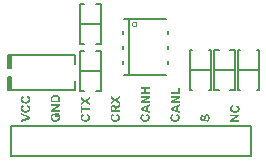
<source format=gto>
G04*
G04 #@! TF.GenerationSoftware,Altium Limited,Altium Designer,23.8.1 (32)*
G04*
G04 Layer_Color=65535*
%FSLAX44Y44*%
%MOMM*%
G71*
G04*
G04 #@! TF.SameCoordinates,8C545C58-4F73-44F2-8FA6-FEC30D537232*
G04*
G04*
G04 #@! TF.FilePolarity,Positive*
G04*
G01*
G75*
%ADD10C,0.0000*%
%ADD11C,0.2000*%
%ADD12C,0.1500*%
%ADD13C,0.2032*%
G36*
X769000Y757000D02*
Y746000D01*
X772000D01*
Y757000D01*
X769000D01*
D02*
G37*
G36*
X769051Y764805D02*
Y775805D01*
X772051D01*
Y764805D01*
X769051D01*
D02*
G37*
G36*
X838704Y738192D02*
X836107Y736493D01*
X838704Y734784D01*
Y732919D01*
X834708Y735572D01*
X831023Y733163D01*
Y734973D01*
X833321Y736493D01*
X831023Y738014D01*
Y739823D01*
X834708Y737414D01*
X838704Y740056D01*
Y738192D01*
D02*
G37*
G36*
X832322Y730433D02*
X838704D01*
Y728879D01*
X832322D01*
Y726603D01*
X831023D01*
Y732697D01*
X832322D01*
Y730433D01*
D02*
G37*
G36*
X836407Y725793D02*
X836473Y725771D01*
X836562Y725738D01*
X836662Y725693D01*
X836784Y725649D01*
X836917Y725593D01*
X837062Y725527D01*
X837361Y725371D01*
X837672Y725171D01*
X837972Y724927D01*
X838105Y724794D01*
X838227Y724650D01*
X838238Y724639D01*
X838249Y724616D01*
X838283Y724572D01*
X838327Y724505D01*
X838371Y724428D01*
X838416Y724328D01*
X838471Y724217D01*
X838527Y724095D01*
X838593Y723950D01*
X838649Y723795D01*
X838693Y723629D01*
X838738Y723451D01*
X838782Y723262D01*
X838815Y723051D01*
X838827Y722840D01*
X838838Y722607D01*
Y722541D01*
X838827Y722463D01*
X838815Y722352D01*
X838804Y722230D01*
X838782Y722075D01*
X838749Y721908D01*
X838704Y721719D01*
X838649Y721531D01*
X838582Y721331D01*
X838493Y721120D01*
X838394Y720909D01*
X838283Y720698D01*
X838138Y720487D01*
X837983Y720287D01*
X837794Y720099D01*
X837783Y720088D01*
X837750Y720054D01*
X837683Y720010D01*
X837606Y719943D01*
X837495Y719877D01*
X837372Y719788D01*
X837217Y719699D01*
X837039Y719610D01*
X836851Y719522D01*
X836640Y719433D01*
X836396Y719344D01*
X836140Y719277D01*
X835874Y719211D01*
X835574Y719166D01*
X835264Y719133D01*
X834930Y719122D01*
X834919D01*
X834908D01*
X834842D01*
X834742Y719133D01*
X834609D01*
X834453Y719155D01*
X834265Y719177D01*
X834065Y719200D01*
X833832Y719244D01*
X833598Y719300D01*
X833354Y719366D01*
X833110Y719444D01*
X832855Y719544D01*
X832611Y719655D01*
X832377Y719788D01*
X832156Y719932D01*
X831945Y720110D01*
X831934Y720121D01*
X831900Y720154D01*
X831845Y720210D01*
X831778Y720287D01*
X831700Y720387D01*
X831612Y720509D01*
X831512Y720643D01*
X831412Y720809D01*
X831312Y720987D01*
X831212Y721176D01*
X831123Y721397D01*
X831046Y721619D01*
X830979Y721875D01*
X830923Y722130D01*
X830890Y722419D01*
X830879Y722707D01*
Y722840D01*
X830890Y722940D01*
X830901Y723063D01*
X830923Y723196D01*
X830946Y723351D01*
X830979Y723518D01*
X831023Y723695D01*
X831079Y723884D01*
X831145Y724072D01*
X831234Y724272D01*
X831323Y724461D01*
X831434Y724639D01*
X831567Y724827D01*
X831712Y724994D01*
Y725005D01*
X831734Y725016D01*
X831767Y725049D01*
X831800Y725083D01*
X831856Y725127D01*
X831922Y725171D01*
X832078Y725294D01*
X832278Y725416D01*
X832522Y725549D01*
X832799Y725671D01*
X833121Y725782D01*
X833487Y724250D01*
X833476D01*
X833465Y724239D01*
X833432D01*
X833388Y724217D01*
X833288Y724184D01*
X833155Y724128D01*
X832999Y724050D01*
X832844Y723950D01*
X832688Y723817D01*
X832555Y723673D01*
X832544Y723651D01*
X832500Y723595D01*
X832444Y723506D01*
X832377Y723384D01*
X832311Y723229D01*
X832255Y723051D01*
X832211Y722852D01*
X832200Y722630D01*
Y722552D01*
X832211Y722485D01*
X832222Y722419D01*
X832233Y722330D01*
X832278Y722141D01*
X832355Y721919D01*
X832466Y721686D01*
X832533Y721564D01*
X832611Y721453D01*
X832710Y721342D01*
X832822Y721242D01*
X832833D01*
X832855Y721220D01*
X832888Y721198D01*
X832944Y721164D01*
X833010Y721120D01*
X833088Y721076D01*
X833188Y721031D01*
X833299Y720987D01*
X833432Y720931D01*
X833576Y720887D01*
X833743Y720843D01*
X833920Y720798D01*
X834120Y720765D01*
X834331Y720743D01*
X834564Y720732D01*
X834819Y720720D01*
X834831D01*
X834886D01*
X834964D01*
X835053Y720732D01*
X835175D01*
X835319Y720754D01*
X835463Y720765D01*
X835630Y720787D01*
X835974Y720854D01*
X836318Y720942D01*
X836484Y720998D01*
X836640Y721076D01*
X836784Y721153D01*
X836906Y721242D01*
X836917Y721253D01*
X836928Y721264D01*
X836962Y721298D01*
X837006Y721342D01*
X837095Y721453D01*
X837206Y721608D01*
X837328Y721797D01*
X837417Y722030D01*
X837495Y722297D01*
X837506Y722441D01*
X837517Y722596D01*
Y722652D01*
X837506Y722696D01*
X837495Y722818D01*
X837472Y722963D01*
X837417Y723118D01*
X837350Y723296D01*
X837261Y723473D01*
X837128Y723651D01*
X837106Y723673D01*
X837050Y723728D01*
X836962Y723806D01*
X836829Y723895D01*
X836651Y724006D01*
X836440Y724106D01*
X836185Y724206D01*
X835885Y724295D01*
X836351Y725804D01*
X836362D01*
X836407Y725793D01*
D02*
G37*
G36*
X785747Y741211D02*
X785814Y741188D01*
X785902Y741155D01*
X786002Y741111D01*
X786124Y741066D01*
X786258Y741011D01*
X786402Y740944D01*
X786702Y740789D01*
X787012Y740589D01*
X787312Y740345D01*
X787445Y740212D01*
X787568Y740067D01*
X787579Y740056D01*
X787590Y740034D01*
X787623Y739990D01*
X787667Y739923D01*
X787712Y739845D01*
X787756Y739745D01*
X787812Y739634D01*
X787867Y739512D01*
X787934Y739368D01*
X787989Y739213D01*
X788034Y739046D01*
X788078Y738869D01*
X788122Y738680D01*
X788156Y738469D01*
X788167Y738258D01*
X788178Y738025D01*
Y737958D01*
X788167Y737881D01*
X788156Y737770D01*
X788145Y737648D01*
X788122Y737492D01*
X788089Y737326D01*
X788045Y737137D01*
X787989Y736948D01*
X787923Y736749D01*
X787834Y736538D01*
X787734Y736327D01*
X787623Y736116D01*
X787479Y735905D01*
X787323Y735705D01*
X787135Y735516D01*
X787123Y735505D01*
X787090Y735472D01*
X787024Y735428D01*
X786946Y735361D01*
X786835Y735294D01*
X786713Y735206D01*
X786557Y735117D01*
X786380Y735028D01*
X786191Y734939D01*
X785980Y734850D01*
X785736Y734762D01*
X785481Y734695D01*
X785214Y734628D01*
X784915Y734584D01*
X784604Y734551D01*
X784271Y734540D01*
X784260D01*
X784249D01*
X784182D01*
X784082Y734551D01*
X783949D01*
X783794Y734573D01*
X783605Y734595D01*
X783405Y734617D01*
X783172Y734662D01*
X782939Y734717D01*
X782695Y734784D01*
X782450Y734862D01*
X782195Y734961D01*
X781951Y735072D01*
X781718Y735206D01*
X781496Y735350D01*
X781285Y735527D01*
X781274Y735539D01*
X781241Y735572D01*
X781185Y735627D01*
X781118Y735705D01*
X781041Y735805D01*
X780952Y735927D01*
X780852Y736060D01*
X780752Y736227D01*
X780652Y736404D01*
X780552Y736593D01*
X780464Y736815D01*
X780386Y737037D01*
X780319Y737292D01*
X780264Y737548D01*
X780230Y737836D01*
X780219Y738125D01*
Y738258D01*
X780230Y738358D01*
X780242Y738480D01*
X780264Y738613D01*
X780286Y738769D01*
X780319Y738935D01*
X780364Y739113D01*
X780419Y739301D01*
X780486Y739490D01*
X780575Y739690D01*
X780663Y739879D01*
X780774Y740056D01*
X780908Y740245D01*
X781052Y740411D01*
Y740423D01*
X781074Y740434D01*
X781107Y740467D01*
X781141Y740500D01*
X781196Y740545D01*
X781263Y740589D01*
X781418Y740711D01*
X781618Y740833D01*
X781862Y740966D01*
X782140Y741088D01*
X782462Y741199D01*
X782828Y739668D01*
X782817D01*
X782806Y739657D01*
X782772D01*
X782728Y739634D01*
X782628Y739601D01*
X782495Y739546D01*
X782339Y739468D01*
X782184Y739368D01*
X782029Y739235D01*
X781896Y739090D01*
X781884Y739068D01*
X781840Y739013D01*
X781785Y738924D01*
X781718Y738802D01*
X781651Y738647D01*
X781596Y738469D01*
X781551Y738269D01*
X781540Y738047D01*
Y737970D01*
X781551Y737903D01*
X781562Y737836D01*
X781574Y737747D01*
X781618Y737559D01*
X781696Y737337D01*
X781807Y737104D01*
X781873Y736982D01*
X781951Y736871D01*
X782051Y736760D01*
X782162Y736660D01*
X782173D01*
X782195Y736637D01*
X782228Y736615D01*
X782284Y736582D01*
X782351Y736538D01*
X782428Y736493D01*
X782528Y736449D01*
X782639Y736404D01*
X782772Y736349D01*
X782917Y736304D01*
X783083Y736260D01*
X783261Y736216D01*
X783461Y736182D01*
X783671Y736160D01*
X783905Y736149D01*
X784160Y736138D01*
X784171D01*
X784227D01*
X784304D01*
X784393Y736149D01*
X784515D01*
X784659Y736171D01*
X784804Y736182D01*
X784970Y736205D01*
X785314Y736271D01*
X785658Y736360D01*
X785825Y736415D01*
X785980Y736493D01*
X786124Y736571D01*
X786247Y736660D01*
X786258Y736671D01*
X786269Y736682D01*
X786302Y736715D01*
X786347Y736760D01*
X786435Y736871D01*
X786546Y737026D01*
X786668Y737215D01*
X786757Y737448D01*
X786835Y737714D01*
X786846Y737859D01*
X786857Y738014D01*
Y738069D01*
X786846Y738114D01*
X786835Y738236D01*
X786813Y738380D01*
X786757Y738536D01*
X786691Y738713D01*
X786602Y738891D01*
X786469Y739068D01*
X786446Y739090D01*
X786391Y739146D01*
X786302Y739224D01*
X786169Y739313D01*
X785991Y739424D01*
X785780Y739523D01*
X785525Y739623D01*
X785226Y739712D01*
X785692Y741222D01*
X785703D01*
X785747Y741211D01*
D02*
G37*
G36*
Y733463D02*
X785814Y733441D01*
X785902Y733407D01*
X786002Y733363D01*
X786124Y733319D01*
X786258Y733263D01*
X786402Y733197D01*
X786702Y733041D01*
X787012Y732841D01*
X787312Y732597D01*
X787445Y732464D01*
X787568Y732320D01*
X787579Y732309D01*
X787590Y732286D01*
X787623Y732242D01*
X787667Y732175D01*
X787712Y732098D01*
X787756Y731998D01*
X787812Y731887D01*
X787867Y731765D01*
X787934Y731620D01*
X787989Y731465D01*
X788034Y731299D01*
X788078Y731121D01*
X788122Y730932D01*
X788156Y730721D01*
X788167Y730510D01*
X788178Y730277D01*
Y730211D01*
X788167Y730133D01*
X788156Y730022D01*
X788145Y729900D01*
X788122Y729744D01*
X788089Y729578D01*
X788045Y729389D01*
X787989Y729201D01*
X787923Y729001D01*
X787834Y728790D01*
X787734Y728579D01*
X787623Y728368D01*
X787479Y728157D01*
X787323Y727957D01*
X787135Y727769D01*
X787123Y727758D01*
X787090Y727724D01*
X787024Y727680D01*
X786946Y727613D01*
X786835Y727547D01*
X786713Y727458D01*
X786557Y727369D01*
X786380Y727280D01*
X786191Y727192D01*
X785980Y727103D01*
X785736Y727014D01*
X785481Y726947D01*
X785214Y726881D01*
X784915Y726836D01*
X784604Y726803D01*
X784271Y726792D01*
X784260D01*
X784249D01*
X784182D01*
X784082Y726803D01*
X783949D01*
X783794Y726825D01*
X783605Y726848D01*
X783405Y726870D01*
X783172Y726914D01*
X782939Y726970D01*
X782695Y727036D01*
X782450Y727114D01*
X782195Y727214D01*
X781951Y727325D01*
X781718Y727458D01*
X781496Y727602D01*
X781285Y727780D01*
X781274Y727791D01*
X781241Y727824D01*
X781185Y727880D01*
X781118Y727957D01*
X781041Y728057D01*
X780952Y728179D01*
X780852Y728313D01*
X780752Y728479D01*
X780652Y728657D01*
X780552Y728845D01*
X780464Y729067D01*
X780386Y729289D01*
X780319Y729545D01*
X780264Y729800D01*
X780230Y730089D01*
X780219Y730377D01*
Y730510D01*
X780230Y730610D01*
X780242Y730732D01*
X780264Y730866D01*
X780286Y731021D01*
X780319Y731188D01*
X780364Y731365D01*
X780419Y731554D01*
X780486Y731742D01*
X780575Y731942D01*
X780663Y732131D01*
X780774Y732309D01*
X780908Y732497D01*
X781052Y732664D01*
Y732675D01*
X781074Y732686D01*
X781107Y732719D01*
X781141Y732753D01*
X781196Y732797D01*
X781263Y732841D01*
X781418Y732963D01*
X781618Y733086D01*
X781862Y733219D01*
X782140Y733341D01*
X782462Y733452D01*
X782828Y731920D01*
X782817D01*
X782806Y731909D01*
X782772D01*
X782728Y731887D01*
X782628Y731853D01*
X782495Y731798D01*
X782339Y731720D01*
X782184Y731620D01*
X782029Y731487D01*
X781896Y731343D01*
X781884Y731321D01*
X781840Y731265D01*
X781785Y731176D01*
X781718Y731054D01*
X781651Y730899D01*
X781596Y730721D01*
X781551Y730521D01*
X781540Y730300D01*
Y730222D01*
X781551Y730155D01*
X781562Y730089D01*
X781574Y730000D01*
X781618Y729811D01*
X781696Y729589D01*
X781807Y729356D01*
X781873Y729234D01*
X781951Y729123D01*
X782051Y729012D01*
X782162Y728912D01*
X782173D01*
X782195Y728890D01*
X782228Y728868D01*
X782284Y728834D01*
X782351Y728790D01*
X782428Y728745D01*
X782528Y728701D01*
X782639Y728657D01*
X782772Y728601D01*
X782917Y728557D01*
X783083Y728512D01*
X783261Y728468D01*
X783461Y728435D01*
X783671Y728412D01*
X783905Y728401D01*
X784160Y728390D01*
X784171D01*
X784227D01*
X784304D01*
X784393Y728401D01*
X784515D01*
X784659Y728424D01*
X784804Y728435D01*
X784970Y728457D01*
X785314Y728523D01*
X785658Y728612D01*
X785825Y728668D01*
X785980Y728745D01*
X786124Y728823D01*
X786247Y728912D01*
X786258Y728923D01*
X786269Y728934D01*
X786302Y728968D01*
X786347Y729012D01*
X786435Y729123D01*
X786546Y729278D01*
X786668Y729467D01*
X786757Y729700D01*
X786835Y729967D01*
X786846Y730111D01*
X786857Y730266D01*
Y730322D01*
X786846Y730366D01*
X786835Y730488D01*
X786813Y730632D01*
X786757Y730788D01*
X786691Y730965D01*
X786602Y731143D01*
X786469Y731321D01*
X786446Y731343D01*
X786391Y731398D01*
X786302Y731476D01*
X786169Y731565D01*
X785991Y731676D01*
X785780Y731776D01*
X785525Y731876D01*
X785226Y731964D01*
X785692Y733474D01*
X785703D01*
X785747Y733463D01*
D02*
G37*
G36*
X788045Y723551D02*
Y721875D01*
X780364Y719122D01*
Y720798D01*
X786047Y722752D01*
X780364Y724628D01*
Y726281D01*
X788045Y723551D01*
D02*
G37*
G36*
X864029Y739379D02*
X861431Y737681D01*
X864029Y735972D01*
Y734107D01*
X860033Y736760D01*
X856348Y734351D01*
Y736160D01*
X858645Y737681D01*
X856348Y739202D01*
Y741011D01*
X860033Y738602D01*
X864029Y741244D01*
Y739379D01*
D02*
G37*
G36*
Y732187D02*
X862364Y731077D01*
X862353Y731065D01*
X862319Y731054D01*
X862275Y731021D01*
X862219Y730977D01*
X862153Y730932D01*
X862064Y730877D01*
X861886Y730755D01*
X861687Y730610D01*
X861509Y730477D01*
X861342Y730355D01*
X861287Y730300D01*
X861232Y730255D01*
X861220Y730244D01*
X861198Y730222D01*
X861154Y730177D01*
X861098Y730122D01*
X861054Y730044D01*
X860998Y729967D01*
X860954Y729878D01*
X860910Y729789D01*
Y729778D01*
X860899Y729744D01*
X860876Y729689D01*
X860865Y729600D01*
X860843Y729489D01*
X860832Y729356D01*
X860821Y729201D01*
Y728701D01*
X864029D01*
Y727147D01*
X856348D01*
Y730610D01*
X856359Y730710D01*
Y730832D01*
X856370Y730954D01*
Y731099D01*
X856403Y731387D01*
X856436Y731687D01*
X856492Y731964D01*
X856525Y732087D01*
X856559Y732198D01*
Y732209D01*
X856570Y732220D01*
X856603Y732286D01*
X856658Y732386D01*
X856725Y732520D01*
X856836Y732664D01*
X856958Y732808D01*
X857113Y732952D01*
X857302Y733086D01*
X857313D01*
X857324Y733097D01*
X857358Y733119D01*
X857391Y733141D01*
X857502Y733197D01*
X857646Y733263D01*
X857824Y733319D01*
X858024Y733374D01*
X858257Y733419D01*
X858501Y733430D01*
X858512D01*
X858534D01*
X858590D01*
X858645Y733419D01*
X858723D01*
X858801Y733407D01*
X859000Y733363D01*
X859234Y733308D01*
X859467Y733219D01*
X859711Y733086D01*
X859822Y733008D01*
X859933Y732919D01*
X859944Y732908D01*
X859955Y732897D01*
X859988Y732864D01*
X860022Y732819D01*
X860066Y732775D01*
X860122Y732708D01*
X860177Y732630D01*
X860232Y732542D01*
X860299Y732442D01*
X860355Y732320D01*
X860410Y732198D01*
X860466Y732064D01*
X860521Y731909D01*
X860565Y731754D01*
X860610Y731587D01*
X860643Y731398D01*
Y731410D01*
X860654Y731421D01*
X860699Y731487D01*
X860754Y731576D01*
X860832Y731687D01*
X860932Y731820D01*
X861032Y731953D01*
X861154Y732098D01*
X861287Y732220D01*
X861298Y732231D01*
X861354Y732286D01*
X861442Y732353D01*
X861576Y732453D01*
X861742Y732586D01*
X861853Y732653D01*
X861964Y732730D01*
X862086Y732819D01*
X862219Y732908D01*
X862375Y733008D01*
X862530Y733108D01*
X864029Y734051D01*
Y732187D01*
D02*
G37*
G36*
X861731Y725793D02*
X861798Y725771D01*
X861886Y725738D01*
X861986Y725693D01*
X862108Y725649D01*
X862242Y725593D01*
X862386Y725527D01*
X862686Y725371D01*
X862996Y725171D01*
X863296Y724927D01*
X863429Y724794D01*
X863551Y724650D01*
X863562Y724639D01*
X863574Y724616D01*
X863607Y724572D01*
X863651Y724505D01*
X863696Y724428D01*
X863740Y724328D01*
X863796Y724217D01*
X863851Y724095D01*
X863918Y723950D01*
X863973Y723795D01*
X864018Y723628D01*
X864062Y723451D01*
X864106Y723262D01*
X864140Y723051D01*
X864151Y722840D01*
X864162Y722607D01*
Y722541D01*
X864151Y722463D01*
X864140Y722352D01*
X864129Y722230D01*
X864106Y722075D01*
X864073Y721908D01*
X864029Y721719D01*
X863973Y721531D01*
X863907Y721331D01*
X863818Y721120D01*
X863718Y720909D01*
X863607Y720698D01*
X863463Y720487D01*
X863307Y720287D01*
X863119Y720099D01*
X863107Y720088D01*
X863074Y720054D01*
X863008Y720010D01*
X862930Y719943D01*
X862819Y719877D01*
X862697Y719788D01*
X862541Y719699D01*
X862364Y719610D01*
X862175Y719522D01*
X861964Y719433D01*
X861720Y719344D01*
X861465Y719277D01*
X861198Y719211D01*
X860899Y719166D01*
X860588Y719133D01*
X860255Y719122D01*
X860244D01*
X860232D01*
X860166D01*
X860066Y719133D01*
X859933D01*
X859778Y719155D01*
X859589Y719177D01*
X859389Y719200D01*
X859156Y719244D01*
X858923Y719300D01*
X858679Y719366D01*
X858434Y719444D01*
X858179Y719544D01*
X857935Y719655D01*
X857702Y719788D01*
X857480Y719932D01*
X857269Y720110D01*
X857258Y720121D01*
X857225Y720154D01*
X857169Y720210D01*
X857102Y720287D01*
X857025Y720387D01*
X856936Y720509D01*
X856836Y720643D01*
X856736Y720809D01*
X856636Y720987D01*
X856536Y721176D01*
X856448Y721397D01*
X856370Y721619D01*
X856303Y721875D01*
X856248Y722130D01*
X856214Y722419D01*
X856203Y722707D01*
Y722840D01*
X856214Y722940D01*
X856226Y723062D01*
X856248Y723196D01*
X856270Y723351D01*
X856303Y723518D01*
X856348Y723695D01*
X856403Y723884D01*
X856470Y724072D01*
X856559Y724272D01*
X856647Y724461D01*
X856758Y724639D01*
X856891Y724827D01*
X857036Y724994D01*
Y725005D01*
X857058Y725016D01*
X857091Y725049D01*
X857125Y725083D01*
X857180Y725127D01*
X857247Y725171D01*
X857402Y725294D01*
X857602Y725416D01*
X857846Y725549D01*
X858124Y725671D01*
X858446Y725782D01*
X858812Y724250D01*
X858801D01*
X858790Y724239D01*
X858756D01*
X858712Y724217D01*
X858612Y724184D01*
X858479Y724128D01*
X858323Y724050D01*
X858168Y723950D01*
X858013Y723817D01*
X857879Y723673D01*
X857868Y723651D01*
X857824Y723595D01*
X857768Y723506D01*
X857702Y723384D01*
X857635Y723229D01*
X857580Y723051D01*
X857535Y722851D01*
X857524Y722629D01*
Y722552D01*
X857535Y722485D01*
X857546Y722419D01*
X857558Y722330D01*
X857602Y722141D01*
X857680Y721919D01*
X857791Y721686D01*
X857857Y721564D01*
X857935Y721453D01*
X858035Y721342D01*
X858146Y721242D01*
X858157D01*
X858179Y721220D01*
X858212Y721198D01*
X858268Y721164D01*
X858335Y721120D01*
X858412Y721076D01*
X858512Y721031D01*
X858623Y720987D01*
X858756Y720931D01*
X858901Y720887D01*
X859067Y720843D01*
X859245Y720798D01*
X859445Y720765D01*
X859655Y720743D01*
X859889Y720732D01*
X860144Y720720D01*
X860155D01*
X860210D01*
X860288D01*
X860377Y720732D01*
X860499D01*
X860643Y720754D01*
X860788Y720765D01*
X860954Y720787D01*
X861298Y720854D01*
X861642Y720942D01*
X861809Y720998D01*
X861964Y721076D01*
X862108Y721153D01*
X862231Y721242D01*
X862242Y721253D01*
X862253Y721264D01*
X862286Y721298D01*
X862330Y721342D01*
X862419Y721453D01*
X862530Y721608D01*
X862652Y721797D01*
X862741Y722030D01*
X862819Y722297D01*
X862830Y722441D01*
X862841Y722596D01*
Y722652D01*
X862830Y722696D01*
X862819Y722818D01*
X862797Y722962D01*
X862741Y723118D01*
X862674Y723296D01*
X862586Y723473D01*
X862452Y723651D01*
X862430Y723673D01*
X862375Y723728D01*
X862286Y723806D01*
X862153Y723895D01*
X861975Y724006D01*
X861764Y724106D01*
X861509Y724206D01*
X861209Y724295D01*
X861675Y725804D01*
X861687D01*
X861731Y725793D01*
D02*
G37*
G36*
X809862Y741910D02*
X809950D01*
X810061Y741899D01*
X810183Y741888D01*
X810439Y741865D01*
X810705Y741821D01*
X810983Y741755D01*
X811249Y741677D01*
X811260D01*
X811282Y741666D01*
X811327Y741644D01*
X811393Y741621D01*
X811460Y741599D01*
X811538Y741555D01*
X811737Y741466D01*
X811948Y741355D01*
X812181Y741211D01*
X812403Y741044D01*
X812614Y740855D01*
X812636Y740833D01*
X812681Y740778D01*
X812747Y740689D01*
X812836Y740567D01*
X812936Y740411D01*
X813036Y740234D01*
X813136Y740012D01*
X813225Y739768D01*
Y739756D01*
X813236Y739745D01*
Y739712D01*
X813247Y739679D01*
X813269Y739557D01*
X813303Y739401D01*
X813336Y739213D01*
X813358Y738979D01*
X813369Y738702D01*
X813380Y738402D01*
Y735494D01*
X805699D01*
Y738558D01*
X805710Y738647D01*
X805721Y738857D01*
X805732Y739090D01*
X805766Y739335D01*
X805799Y739568D01*
X805854Y739779D01*
Y739790D01*
X805866Y739812D01*
X805877Y739845D01*
X805888Y739890D01*
X805943Y740023D01*
X806021Y740178D01*
X806121Y740356D01*
X806243Y740556D01*
X806387Y740744D01*
X806565Y740933D01*
Y740944D01*
X806587Y740955D01*
X806654Y741011D01*
X806765Y741100D01*
X806909Y741199D01*
X807087Y741322D01*
X807298Y741444D01*
X807542Y741566D01*
X807808Y741666D01*
X807819D01*
X807841Y741677D01*
X807886Y741688D01*
X807941Y741710D01*
X808008Y741721D01*
X808097Y741743D01*
X808197Y741766D01*
X808308Y741799D01*
X808430Y741821D01*
X808574Y741843D01*
X808718Y741865D01*
X808885Y741877D01*
X809229Y741910D01*
X809617Y741921D01*
X809628D01*
X809662D01*
X809706D01*
X809773D01*
X809862Y741910D01*
D02*
G37*
G36*
X813380Y732298D02*
X808319Y729178D01*
X813380D01*
Y727747D01*
X805699D01*
Y729245D01*
X810872Y732420D01*
X805699D01*
Y733851D01*
X813380D01*
Y732298D01*
D02*
G37*
G36*
X812370Y726281D02*
X812392Y726248D01*
X812426Y726215D01*
X812470Y726159D01*
X812514Y726104D01*
X812625Y725948D01*
X812747Y725738D01*
X812892Y725493D01*
X813036Y725216D01*
X813169Y724883D01*
Y724872D01*
X813180Y724838D01*
X813203Y724794D01*
X813225Y724727D01*
X813247Y724639D01*
X813280Y724539D01*
X813314Y724428D01*
X813347Y724306D01*
X813413Y724028D01*
X813469Y723706D01*
X813513Y723373D01*
X813524Y723018D01*
Y722896D01*
X813513Y722818D01*
Y722707D01*
X813502Y722585D01*
X813480Y722452D01*
X813458Y722297D01*
X813402Y721975D01*
X813314Y721619D01*
X813192Y721253D01*
X813114Y721087D01*
X813025Y720909D01*
X813014Y720898D01*
X813003Y720876D01*
X812970Y720820D01*
X812925Y720765D01*
X812881Y720687D01*
X812814Y720609D01*
X812736Y720509D01*
X812648Y720410D01*
X812448Y720188D01*
X812193Y719966D01*
X811904Y719755D01*
X811571Y719566D01*
X811560D01*
X811526Y719544D01*
X811471Y719522D01*
X811404Y719499D01*
X811316Y719466D01*
X811216Y719422D01*
X811094Y719388D01*
X810960Y719344D01*
X810816Y719300D01*
X810650Y719266D01*
X810305Y719189D01*
X809928Y719144D01*
X809517Y719122D01*
X809506D01*
X809462D01*
X809395D01*
X809318Y719133D01*
X809207D01*
X809084Y719144D01*
X808951Y719166D01*
X808796Y719189D01*
X808474Y719244D01*
X808108Y719333D01*
X807741Y719455D01*
X807564Y719533D01*
X807386Y719622D01*
X807375Y719633D01*
X807342Y719644D01*
X807298Y719677D01*
X807231Y719710D01*
X807153Y719766D01*
X807064Y719832D01*
X806964Y719910D01*
X806853Y719988D01*
X806742Y720088D01*
X806620Y720199D01*
X806498Y720321D01*
X806376Y720454D01*
X806265Y720598D01*
X806143Y720743D01*
X805943Y721087D01*
Y721098D01*
X805921Y721120D01*
X805910Y721164D01*
X805877Y721220D01*
X805854Y721298D01*
X805821Y721375D01*
X805788Y721486D01*
X805743Y721597D01*
X805710Y721719D01*
X805677Y721864D01*
X805644Y722019D01*
X805610Y722175D01*
X805566Y722530D01*
X805555Y722929D01*
Y723062D01*
X805566Y723162D01*
X805577Y723284D01*
X805588Y723429D01*
X805599Y723584D01*
X805632Y723751D01*
X805699Y724106D01*
X805810Y724472D01*
X805877Y724661D01*
X805954Y724838D01*
X806043Y725005D01*
X806154Y725160D01*
X806165Y725171D01*
X806176Y725194D01*
X806221Y725238D01*
X806265Y725294D01*
X806321Y725360D01*
X806398Y725427D01*
X806487Y725504D01*
X806587Y725593D01*
X806698Y725682D01*
X806820Y725771D01*
X806953Y725860D01*
X807109Y725937D01*
X807264Y726026D01*
X807431Y726093D01*
X807619Y726159D01*
X807808Y726204D01*
X808097Y724661D01*
X808086D01*
X808074Y724650D01*
X808008Y724628D01*
X807908Y724583D01*
X807775Y724517D01*
X807630Y724439D01*
X807486Y724328D01*
X807342Y724195D01*
X807209Y724039D01*
X807198Y724017D01*
X807153Y723961D01*
X807098Y723862D01*
X807042Y723739D01*
X806976Y723573D01*
X806931Y723384D01*
X806887Y723173D01*
X806876Y722929D01*
Y722829D01*
X806887Y722763D01*
X806898Y722674D01*
X806909Y722574D01*
X806931Y722463D01*
X806953Y722341D01*
X807031Y722086D01*
X807087Y721953D01*
X807153Y721819D01*
X807231Y721686D01*
X807309Y721553D01*
X807420Y721431D01*
X807531Y721309D01*
X807542Y721298D01*
X807564Y721286D01*
X807597Y721253D01*
X807653Y721220D01*
X807719Y721176D01*
X807797Y721120D01*
X807897Y721065D01*
X808008Y721020D01*
X808141Y720965D01*
X808285Y720909D01*
X808441Y720854D01*
X808607Y720809D01*
X808796Y720776D01*
X809007Y720743D01*
X809218Y720732D01*
X809451Y720720D01*
X809462D01*
X809506D01*
X809584D01*
X809673Y720732D01*
X809795Y720743D01*
X809917Y720754D01*
X810072Y720776D01*
X810228Y720798D01*
X810561Y720865D01*
X810905Y720976D01*
X811071Y721042D01*
X811227Y721120D01*
X811382Y721220D01*
X811515Y721320D01*
X811526Y721331D01*
X811549Y721353D01*
X811582Y721386D01*
X811626Y721431D01*
X811671Y721497D01*
X811737Y721564D01*
X811793Y721653D01*
X811860Y721753D01*
X811926Y721864D01*
X811982Y721975D01*
X812093Y722252D01*
X812137Y722408D01*
X812170Y722563D01*
X812193Y722740D01*
X812204Y722918D01*
Y723007D01*
X812193Y723096D01*
X812181Y723229D01*
X812159Y723373D01*
X812126Y723540D01*
X812082Y723717D01*
X812015Y723895D01*
Y723906D01*
X812004Y723917D01*
X811982Y723973D01*
X811937Y724072D01*
X811882Y724184D01*
X811815Y724317D01*
X811737Y724461D01*
X811649Y724605D01*
X811549Y724738D01*
X810561D01*
Y722962D01*
X809262D01*
Y726304D01*
X812348D01*
X812370Y726281D01*
D02*
G37*
G36*
X889353Y747227D02*
X885990D01*
Y744196D01*
X889353D01*
Y742643D01*
X881672D01*
Y744196D01*
X884691D01*
Y747227D01*
X881672D01*
Y748781D01*
X889353D01*
Y747227D01*
D02*
G37*
G36*
Y739446D02*
X884291Y736327D01*
X889353D01*
Y734895D01*
X881672D01*
Y736393D01*
X886844Y739568D01*
X881672D01*
Y741000D01*
X889353D01*
Y739446D01*
D02*
G37*
G36*
Y732386D02*
X887610Y731720D01*
Y728635D01*
X889353Y728002D01*
Y726359D01*
X881672Y729334D01*
Y730977D01*
X889353Y734062D01*
Y732386D01*
D02*
G37*
G36*
X887055Y725793D02*
X887122Y725771D01*
X887211Y725738D01*
X887310Y725693D01*
X887433Y725649D01*
X887566Y725593D01*
X887710Y725527D01*
X888010Y725371D01*
X888321Y725171D01*
X888620Y724927D01*
X888754Y724794D01*
X888876Y724650D01*
X888887Y724639D01*
X888898Y724616D01*
X888931Y724572D01*
X888976Y724505D01*
X889020Y724428D01*
X889064Y724328D01*
X889120Y724217D01*
X889175Y724095D01*
X889242Y723950D01*
X889297Y723795D01*
X889342Y723629D01*
X889386Y723451D01*
X889431Y723262D01*
X889464Y723051D01*
X889475Y722840D01*
X889486Y722607D01*
Y722541D01*
X889475Y722463D01*
X889464Y722352D01*
X889453Y722230D01*
X889431Y722075D01*
X889397Y721908D01*
X889353Y721719D01*
X889297Y721531D01*
X889231Y721331D01*
X889142Y721120D01*
X889042Y720909D01*
X888931Y720698D01*
X888787Y720487D01*
X888631Y720287D01*
X888443Y720099D01*
X888432Y720088D01*
X888398Y720054D01*
X888332Y720010D01*
X888254Y719943D01*
X888143Y719877D01*
X888021Y719788D01*
X887866Y719699D01*
X887688Y719610D01*
X887499Y719522D01*
X887288Y719433D01*
X887044Y719344D01*
X886789Y719277D01*
X886523Y719211D01*
X886223Y719166D01*
X885912Y719133D01*
X885579Y719122D01*
X885568D01*
X885557D01*
X885490D01*
X885390Y719133D01*
X885257D01*
X885102Y719155D01*
X884913Y719177D01*
X884713Y719200D01*
X884480Y719244D01*
X884247Y719300D01*
X884003Y719366D01*
X883759Y719444D01*
X883503Y719544D01*
X883259Y719655D01*
X883026Y719788D01*
X882804Y719932D01*
X882593Y720110D01*
X882582Y720121D01*
X882549Y720154D01*
X882493Y720210D01*
X882427Y720287D01*
X882349Y720387D01*
X882260Y720509D01*
X882160Y720643D01*
X882060Y720809D01*
X881960Y720987D01*
X881861Y721176D01*
X881772Y721397D01*
X881694Y721619D01*
X881627Y721875D01*
X881572Y722130D01*
X881539Y722419D01*
X881527Y722707D01*
Y722840D01*
X881539Y722940D01*
X881550Y723063D01*
X881572Y723196D01*
X881594Y723351D01*
X881627Y723518D01*
X881672Y723695D01*
X881727Y723884D01*
X881794Y724072D01*
X881883Y724272D01*
X881972Y724461D01*
X882083Y724639D01*
X882216Y724827D01*
X882360Y724994D01*
Y725005D01*
X882382Y725016D01*
X882415Y725049D01*
X882449Y725083D01*
X882504Y725127D01*
X882571Y725171D01*
X882726Y725294D01*
X882926Y725416D01*
X883170Y725549D01*
X883448Y725671D01*
X883770Y725782D01*
X884136Y724250D01*
X884125D01*
X884114Y724239D01*
X884081D01*
X884036Y724217D01*
X883936Y724184D01*
X883803Y724128D01*
X883648Y724050D01*
X883492Y723950D01*
X883337Y723817D01*
X883204Y723673D01*
X883193Y723651D01*
X883148Y723595D01*
X883093Y723506D01*
X883026Y723384D01*
X882959Y723229D01*
X882904Y723051D01*
X882859Y722852D01*
X882848Y722630D01*
Y722552D01*
X882859Y722485D01*
X882871Y722419D01*
X882882Y722330D01*
X882926Y722141D01*
X883004Y721919D01*
X883115Y721686D01*
X883181Y721564D01*
X883259Y721453D01*
X883359Y721342D01*
X883470Y721242D01*
X883481D01*
X883503Y721220D01*
X883537Y721198D01*
X883592Y721164D01*
X883659Y721120D01*
X883736Y721076D01*
X883836Y721031D01*
X883947Y720987D01*
X884081Y720931D01*
X884225Y720887D01*
X884391Y720843D01*
X884569Y720798D01*
X884769Y720765D01*
X884980Y720743D01*
X885213Y720732D01*
X885468Y720720D01*
X885479D01*
X885535D01*
X885612D01*
X885701Y720732D01*
X885823D01*
X885967Y720754D01*
X886112Y720765D01*
X886278Y720787D01*
X886622Y720854D01*
X886966Y720942D01*
X887133Y720998D01*
X887288Y721076D01*
X887433Y721153D01*
X887555Y721242D01*
X887566Y721253D01*
X887577Y721264D01*
X887610Y721298D01*
X887655Y721342D01*
X887743Y721453D01*
X887854Y721608D01*
X887977Y721797D01*
X888065Y722030D01*
X888143Y722297D01*
X888154Y722441D01*
X888165Y722596D01*
Y722652D01*
X888154Y722696D01*
X888143Y722818D01*
X888121Y722963D01*
X888065Y723118D01*
X887999Y723296D01*
X887910Y723473D01*
X887777Y723651D01*
X887755Y723673D01*
X887699Y723728D01*
X887610Y723806D01*
X887477Y723895D01*
X887299Y724006D01*
X887088Y724106D01*
X886833Y724206D01*
X886534Y724295D01*
X887000Y725804D01*
X887011D01*
X887055Y725793D01*
D02*
G37*
G36*
X914677Y742676D02*
X907052D01*
Y744230D01*
X913379D01*
Y748092D01*
X914677D01*
Y742676D01*
D02*
G37*
G36*
Y739446D02*
X909616Y736327D01*
X914677D01*
Y734895D01*
X906996D01*
Y736393D01*
X912169Y739568D01*
X906996D01*
Y741000D01*
X914677D01*
Y739446D01*
D02*
G37*
G36*
Y732386D02*
X912934Y731720D01*
Y728635D01*
X914677Y728002D01*
Y726359D01*
X906996Y729334D01*
Y730977D01*
X914677Y734062D01*
Y732386D01*
D02*
G37*
G36*
X912380Y725793D02*
X912446Y725771D01*
X912535Y725738D01*
X912635Y725693D01*
X912757Y725649D01*
X912890Y725593D01*
X913034Y725527D01*
X913334Y725371D01*
X913645Y725171D01*
X913945Y724927D01*
X914078Y724794D01*
X914200Y724650D01*
X914211Y724639D01*
X914222Y724616D01*
X914255Y724572D01*
X914300Y724505D01*
X914344Y724428D01*
X914389Y724328D01*
X914444Y724217D01*
X914500Y724095D01*
X914566Y723950D01*
X914622Y723795D01*
X914666Y723629D01*
X914710Y723451D01*
X914755Y723262D01*
X914788Y723051D01*
X914799Y722840D01*
X914810Y722607D01*
Y722541D01*
X914799Y722463D01*
X914788Y722352D01*
X914777Y722230D01*
X914755Y722075D01*
X914722Y721908D01*
X914677Y721719D01*
X914622Y721531D01*
X914555Y721331D01*
X914466Y721120D01*
X914366Y720909D01*
X914255Y720698D01*
X914111Y720487D01*
X913956Y720287D01*
X913767Y720099D01*
X913756Y720088D01*
X913723Y720054D01*
X913656Y720010D01*
X913578Y719943D01*
X913467Y719877D01*
X913345Y719788D01*
X913190Y719699D01*
X913012Y719610D01*
X912823Y719522D01*
X912613Y719433D01*
X912368Y719344D01*
X912113Y719277D01*
X911847Y719211D01*
X911547Y719166D01*
X911236Y719133D01*
X910903Y719122D01*
X910892D01*
X910881D01*
X910814D01*
X910714Y719133D01*
X910581D01*
X910426Y719155D01*
X910237Y719177D01*
X910037Y719200D01*
X909804Y719244D01*
X909571Y719300D01*
X909327Y719366D01*
X909083Y719444D01*
X908828Y719544D01*
X908583Y719655D01*
X908350Y719788D01*
X908128Y719932D01*
X907917Y720110D01*
X907906Y720121D01*
X907873Y720154D01*
X907818Y720210D01*
X907751Y720287D01*
X907673Y720387D01*
X907584Y720509D01*
X907485Y720643D01*
X907385Y720809D01*
X907285Y720987D01*
X907185Y721176D01*
X907096Y721397D01*
X907018Y721619D01*
X906952Y721875D01*
X906896Y722130D01*
X906863Y722419D01*
X906852Y722707D01*
Y722840D01*
X906863Y722940D01*
X906874Y723063D01*
X906896Y723196D01*
X906918Y723351D01*
X906952Y723518D01*
X906996Y723695D01*
X907052Y723884D01*
X907118Y724072D01*
X907207Y724272D01*
X907296Y724461D01*
X907407Y724639D01*
X907540Y724827D01*
X907684Y724994D01*
Y725005D01*
X907707Y725016D01*
X907740Y725049D01*
X907773Y725083D01*
X907829Y725127D01*
X907895Y725171D01*
X908051Y725294D01*
X908250Y725416D01*
X908495Y725549D01*
X908772Y725671D01*
X909094Y725782D01*
X909460Y724250D01*
X909449D01*
X909438Y724239D01*
X909405D01*
X909360Y724217D01*
X909260Y724184D01*
X909127Y724128D01*
X908972Y724050D01*
X908817Y723950D01*
X908661Y723817D01*
X908528Y723673D01*
X908517Y723651D01*
X908472Y723595D01*
X908417Y723506D01*
X908350Y723384D01*
X908284Y723229D01*
X908228Y723051D01*
X908184Y722852D01*
X908173Y722630D01*
Y722552D01*
X908184Y722485D01*
X908195Y722419D01*
X908206Y722330D01*
X908250Y722141D01*
X908328Y721919D01*
X908439Y721686D01*
X908506Y721564D01*
X908583Y721453D01*
X908683Y721342D01*
X908794Y721242D01*
X908805D01*
X908828Y721220D01*
X908861Y721198D01*
X908916Y721164D01*
X908983Y721120D01*
X909061Y721076D01*
X909161Y721031D01*
X909272Y720987D01*
X909405Y720931D01*
X909549Y720887D01*
X909716Y720843D01*
X909893Y720798D01*
X910093Y720765D01*
X910304Y720743D01*
X910537Y720732D01*
X910792Y720720D01*
X910803D01*
X910859D01*
X910937D01*
X911025Y720732D01*
X911147D01*
X911292Y720754D01*
X911436Y720765D01*
X911602Y720787D01*
X911947Y720854D01*
X912291Y720942D01*
X912457Y720998D01*
X912613Y721076D01*
X912757Y721153D01*
X912879Y721242D01*
X912890Y721253D01*
X912901Y721264D01*
X912934Y721298D01*
X912979Y721342D01*
X913068Y721453D01*
X913179Y721608D01*
X913301Y721797D01*
X913390Y722030D01*
X913467Y722297D01*
X913478Y722441D01*
X913490Y722596D01*
Y722652D01*
X913478Y722696D01*
X913467Y722818D01*
X913445Y722963D01*
X913390Y723118D01*
X913323Y723296D01*
X913234Y723473D01*
X913101Y723651D01*
X913079Y723673D01*
X913023Y723728D01*
X912934Y723806D01*
X912801Y723895D01*
X912624Y724006D01*
X912413Y724106D01*
X912158Y724206D01*
X911858Y724295D01*
X912324Y725804D01*
X912335D01*
X912380Y725793D01*
D02*
G37*
G36*
X937948Y725360D02*
X938026Y725349D01*
X938181Y725327D01*
X938381Y725282D01*
X938592Y725216D01*
X938803Y725116D01*
X939025Y724994D01*
X939036D01*
X939047Y724972D01*
X939113Y724927D01*
X939224Y724838D01*
X939347Y724727D01*
X939491Y724583D01*
X939624Y724394D01*
X939757Y724195D01*
X939879Y723950D01*
Y723939D01*
X939890Y723917D01*
X939902Y723884D01*
X939924Y723828D01*
X939946Y723762D01*
X939968Y723684D01*
X939990Y723595D01*
X940013Y723495D01*
X940046Y723373D01*
X940068Y723251D01*
X940112Y722962D01*
X940146Y722641D01*
X940157Y722285D01*
Y722141D01*
X940146Y722041D01*
X940135Y721919D01*
X940124Y721786D01*
X940101Y721630D01*
X940068Y721464D01*
X939990Y721098D01*
X939935Y720909D01*
X939879Y720732D01*
X939802Y720543D01*
X939713Y720365D01*
X939613Y720199D01*
X939491Y720043D01*
X939480Y720032D01*
X939458Y720010D01*
X939424Y719966D01*
X939369Y719921D01*
X939291Y719855D01*
X939202Y719788D01*
X939102Y719710D01*
X938991Y719633D01*
X938858Y719555D01*
X938714Y719477D01*
X938547Y719399D01*
X938370Y719322D01*
X938181Y719266D01*
X937970Y719200D01*
X937748Y719155D01*
X937515Y719122D01*
X937371Y720632D01*
X937382D01*
X937404Y720643D01*
X937449D01*
X937493Y720654D01*
X937626Y720698D01*
X937793Y720754D01*
X937981Y720820D01*
X938170Y720920D01*
X938336Y721031D01*
X938492Y721175D01*
X938503Y721198D01*
X938547Y721253D01*
X938603Y721342D01*
X938670Y721475D01*
X938736Y721642D01*
X938792Y721830D01*
X938836Y722052D01*
X938847Y722308D01*
Y722430D01*
X938825Y722563D01*
X938803Y722729D01*
X938769Y722907D01*
X938714Y723096D01*
X938636Y723273D01*
X938536Y723429D01*
X938525Y723451D01*
X938481Y723495D01*
X938414Y723551D01*
X938325Y723628D01*
X938214Y723695D01*
X938081Y723762D01*
X937948Y723806D01*
X937793Y723817D01*
X937782D01*
X937748D01*
X937693Y723806D01*
X937626Y723795D01*
X937560Y723773D01*
X937482Y723751D01*
X937404Y723706D01*
X937326Y723651D01*
X937315Y723640D01*
X937293Y723617D01*
X937260Y723584D01*
X937215Y723529D01*
X937160Y723451D01*
X937104Y723351D01*
X937049Y723240D01*
X936993Y723096D01*
Y723085D01*
X936971Y723040D01*
X936949Y722962D01*
X936927Y722907D01*
X936916Y722840D01*
X936893Y722763D01*
X936860Y722674D01*
X936838Y722574D01*
X936805Y722463D01*
X936771Y722330D01*
X936738Y722186D01*
X936694Y722030D01*
X936649Y721852D01*
Y721841D01*
X936638Y721797D01*
X936616Y721730D01*
X936594Y721653D01*
X936561Y721553D01*
X936527Y721431D01*
X936483Y721309D01*
X936438Y721164D01*
X936327Y720876D01*
X936194Y720598D01*
X936128Y720454D01*
X936050Y720332D01*
X935972Y720210D01*
X935894Y720110D01*
X935883Y720099D01*
X935861Y720077D01*
X935828Y720043D01*
X935783Y719999D01*
X935717Y719943D01*
X935639Y719888D01*
X935562Y719821D01*
X935462Y719766D01*
X935229Y719633D01*
X934962Y719522D01*
X934818Y719477D01*
X934673Y719444D01*
X934507Y719422D01*
X934341Y719411D01*
X934329D01*
X934318D01*
X934285D01*
X934241D01*
X934130Y719433D01*
X933985Y719455D01*
X933819Y719488D01*
X933630Y719544D01*
X933430Y719622D01*
X933242Y719733D01*
X933231D01*
X933220Y719744D01*
X933153Y719799D01*
X933064Y719866D01*
X932953Y719977D01*
X932831Y720110D01*
X932698Y720276D01*
X932576Y720465D01*
X932465Y720687D01*
Y720698D01*
X932454Y720720D01*
X932442Y720754D01*
X932420Y720798D01*
X932398Y720865D01*
X932376Y720931D01*
X932354Y721020D01*
X932320Y721120D01*
X932276Y721342D01*
X932232Y721597D01*
X932198Y721886D01*
X932187Y722208D01*
Y722341D01*
X932198Y722441D01*
X932209Y722563D01*
X932221Y722707D01*
X932243Y722851D01*
X932265Y723018D01*
X932343Y723373D01*
X932398Y723551D01*
X932454Y723728D01*
X932531Y723906D01*
X932620Y724072D01*
X932720Y724228D01*
X932831Y724372D01*
X932842Y724383D01*
X932864Y724406D01*
X932898Y724439D01*
X932942Y724483D01*
X933009Y724539D01*
X933086Y724605D01*
X933175Y724672D01*
X933275Y724750D01*
X933397Y724816D01*
X933519Y724883D01*
X933663Y724949D01*
X933819Y725005D01*
X933974Y725060D01*
X934152Y725105D01*
X934329Y725138D01*
X934529Y725149D01*
X934585Y723595D01*
X934574D01*
X934563D01*
X934485Y723573D01*
X934385Y723551D01*
X934263Y723506D01*
X934119Y723451D01*
X933985Y723373D01*
X933852Y723273D01*
X933741Y723162D01*
X933730Y723151D01*
X933697Y723107D01*
X933652Y723029D01*
X933608Y722918D01*
X933564Y722785D01*
X933519Y722618D01*
X933486Y722419D01*
X933475Y722186D01*
Y722075D01*
X933486Y721952D01*
X933508Y721808D01*
X933541Y721642D01*
X933597Y721464D01*
X933663Y721298D01*
X933763Y721142D01*
X933774Y721131D01*
X933797Y721109D01*
X933830Y721064D01*
X933885Y721020D01*
X933952Y720976D01*
X934041Y720931D01*
X934130Y720909D01*
X934241Y720898D01*
X934252D01*
X934285D01*
X934341Y720909D01*
X934396Y720931D01*
X934474Y720953D01*
X934551Y720987D01*
X934629Y721042D01*
X934707Y721120D01*
X934718Y721131D01*
X934751Y721187D01*
X934773Y721220D01*
X934796Y721275D01*
X934829Y721331D01*
X934862Y721408D01*
X934895Y721497D01*
X934940Y721597D01*
X934984Y721719D01*
X935029Y721841D01*
X935073Y721997D01*
X935117Y722163D01*
X935162Y722341D01*
X935217Y722541D01*
Y722552D01*
X935229Y722596D01*
X935240Y722652D01*
X935262Y722729D01*
X935284Y722818D01*
X935317Y722929D01*
X935351Y723051D01*
X935384Y723173D01*
X935473Y723440D01*
X935562Y723717D01*
X935661Y723984D01*
X935717Y724095D01*
X935772Y724206D01*
Y724217D01*
X935783Y724228D01*
X935828Y724295D01*
X935894Y724394D01*
X935983Y724517D01*
X936094Y724650D01*
X936227Y724794D01*
X936383Y724938D01*
X936561Y725060D01*
X936583Y725071D01*
X936649Y725105D01*
X936749Y725160D01*
X936893Y725216D01*
X937071Y725271D01*
X937282Y725327D01*
X937515Y725360D01*
X937782Y725371D01*
X937793D01*
X937815D01*
X937848D01*
X937893D01*
X937948Y725360D01*
D02*
G37*
G36*
X963039Y733263D02*
X963106Y733241D01*
X963195Y733208D01*
X963294Y733163D01*
X963417Y733119D01*
X963550Y733063D01*
X963694Y732997D01*
X963994Y732841D01*
X964305Y732642D01*
X964604Y732397D01*
X964737Y732264D01*
X964859Y732120D01*
X964871Y732109D01*
X964882Y732087D01*
X964915Y732042D01*
X964959Y731976D01*
X965004Y731898D01*
X965048Y731798D01*
X965104Y731687D01*
X965159Y731565D01*
X965226Y731421D01*
X965281Y731265D01*
X965326Y731099D01*
X965370Y730921D01*
X965415Y730732D01*
X965448Y730521D01*
X965459Y730311D01*
X965470Y730078D01*
Y730011D01*
X965459Y729933D01*
X965448Y729822D01*
X965437Y729700D01*
X965415Y729545D01*
X965381Y729378D01*
X965337Y729190D01*
X965281Y729001D01*
X965215Y728801D01*
X965126Y728590D01*
X965026Y728379D01*
X964915Y728168D01*
X964771Y727957D01*
X964615Y727758D01*
X964427Y727569D01*
X964416Y727558D01*
X964382Y727525D01*
X964316Y727480D01*
X964238Y727414D01*
X964127Y727347D01*
X964005Y727258D01*
X963849Y727169D01*
X963672Y727081D01*
X963483Y726992D01*
X963272Y726903D01*
X963028Y726814D01*
X962773Y726748D01*
X962506Y726681D01*
X962207Y726637D01*
X961896Y726603D01*
X961563Y726592D01*
X961552D01*
X961541D01*
X961474D01*
X961374Y726603D01*
X961241D01*
X961086Y726626D01*
X960897Y726648D01*
X960697Y726670D01*
X960464Y726714D01*
X960231Y726770D01*
X959987Y726836D01*
X959743Y726914D01*
X959487Y727014D01*
X959243Y727125D01*
X959010Y727258D01*
X958788Y727402D01*
X958577Y727580D01*
X958566Y727591D01*
X958533Y727625D01*
X958477Y727680D01*
X958410Y727758D01*
X958333Y727858D01*
X958244Y727980D01*
X958144Y728113D01*
X958044Y728279D01*
X957944Y728457D01*
X957844Y728646D01*
X957756Y728868D01*
X957678Y729090D01*
X957611Y729345D01*
X957556Y729600D01*
X957523Y729889D01*
X957511Y730177D01*
Y730311D01*
X957523Y730411D01*
X957534Y730533D01*
X957556Y730666D01*
X957578Y730821D01*
X957611Y730988D01*
X957656Y731165D01*
X957711Y731354D01*
X957778Y731543D01*
X957867Y731742D01*
X957955Y731931D01*
X958066Y732109D01*
X958200Y732298D01*
X958344Y732464D01*
Y732475D01*
X958366Y732486D01*
X958399Y732520D01*
X958433Y732553D01*
X958488Y732597D01*
X958555Y732642D01*
X958710Y732764D01*
X958910Y732886D01*
X959154Y733019D01*
X959432Y733141D01*
X959754Y733252D01*
X960120Y731720D01*
X960109D01*
X960098Y731709D01*
X960064D01*
X960020Y731687D01*
X959920Y731654D01*
X959787Y731598D01*
X959632Y731520D01*
X959476Y731421D01*
X959321Y731287D01*
X959187Y731143D01*
X959176Y731121D01*
X959132Y731065D01*
X959077Y730977D01*
X959010Y730854D01*
X958943Y730699D01*
X958888Y730521D01*
X958843Y730322D01*
X958832Y730100D01*
Y730022D01*
X958843Y729955D01*
X958855Y729889D01*
X958866Y729800D01*
X958910Y729611D01*
X958988Y729389D01*
X959099Y729156D01*
X959165Y729034D01*
X959243Y728923D01*
X959343Y728812D01*
X959454Y728712D01*
X959465D01*
X959487Y728690D01*
X959520Y728668D01*
X959576Y728634D01*
X959643Y728590D01*
X959720Y728546D01*
X959820Y728501D01*
X959931Y728457D01*
X960064Y728401D01*
X960209Y728357D01*
X960375Y728313D01*
X960553Y728268D01*
X960753Y728235D01*
X960964Y728213D01*
X961197Y728202D01*
X961452Y728191D01*
X961463D01*
X961518D01*
X961596D01*
X961685Y728202D01*
X961807D01*
X961951Y728224D01*
X962096Y728235D01*
X962262Y728257D01*
X962606Y728324D01*
X962950Y728412D01*
X963117Y728468D01*
X963272Y728546D01*
X963417Y728623D01*
X963539Y728712D01*
X963550Y728723D01*
X963561Y728734D01*
X963594Y728768D01*
X963639Y728812D01*
X963727Y728923D01*
X963838Y729079D01*
X963960Y729267D01*
X964049Y729500D01*
X964127Y729767D01*
X964138Y729911D01*
X964149Y730066D01*
Y730122D01*
X964138Y730166D01*
X964127Y730288D01*
X964105Y730433D01*
X964049Y730588D01*
X963983Y730766D01*
X963894Y730943D01*
X963761Y731121D01*
X963738Y731143D01*
X963683Y731199D01*
X963594Y731276D01*
X963461Y731365D01*
X963283Y731476D01*
X963072Y731576D01*
X962817Y731676D01*
X962517Y731765D01*
X962984Y733274D01*
X962995D01*
X963039Y733263D01*
D02*
G37*
G36*
X965337Y723673D02*
X960275Y720554D01*
X965337D01*
Y719122D01*
X957656D01*
Y720620D01*
X962828Y723795D01*
X957656D01*
Y725227D01*
X965337D01*
Y723673D01*
D02*
G37*
%LPC*%
G36*
X858612Y731831D02*
X858590D01*
X858545D01*
X858479Y731820D01*
X858390Y731809D01*
X858290Y731776D01*
X858190Y731742D01*
X858079Y731687D01*
X857990Y731620D01*
X857979Y731609D01*
X857946Y731587D01*
X857913Y731532D01*
X857857Y731465D01*
X857802Y731387D01*
X857757Y731287D01*
X857713Y731165D01*
X857680Y731032D01*
Y731021D01*
X857669Y730988D01*
Y730921D01*
X857657Y730821D01*
Y730577D01*
X857646Y730477D01*
Y728701D01*
X859600D01*
Y730211D01*
X859589Y730433D01*
X859578Y730666D01*
X859567Y730899D01*
X859556Y730999D01*
X859544Y731088D01*
X859522Y731176D01*
X859511Y731232D01*
Y731243D01*
X859489Y731276D01*
X859467Y731332D01*
X859433Y731387D01*
X859333Y731532D01*
X859267Y731598D01*
X859189Y731665D01*
X859178Y731676D01*
X859145Y731687D01*
X859100Y731720D01*
X859034Y731754D01*
X858945Y731776D01*
X858845Y731809D01*
X858734Y731820D01*
X858612Y731831D01*
D02*
G37*
G36*
X809551Y740323D02*
X809540D01*
X809506D01*
X809462D01*
X809406D01*
X809329D01*
X809240Y740312D01*
X809051Y740300D01*
X808829Y740278D01*
X808596Y740256D01*
X808385Y740212D01*
X808186Y740156D01*
X808174D01*
X808163Y740145D01*
X808108Y740123D01*
X808019Y740089D01*
X807908Y740045D01*
X807797Y739978D01*
X807675Y739901D01*
X807553Y739812D01*
X807442Y739712D01*
X807431Y739701D01*
X807397Y739668D01*
X807353Y739601D01*
X807298Y739523D01*
X807231Y739412D01*
X807175Y739290D01*
X807120Y739157D01*
X807076Y739002D01*
Y738991D01*
X807064Y738935D01*
X807053Y738846D01*
X807031Y738724D01*
Y738647D01*
X807020Y738547D01*
Y738447D01*
X807009Y738336D01*
Y738203D01*
X806998Y738058D01*
Y737048D01*
X812082D01*
Y738413D01*
X812070Y738558D01*
Y738713D01*
X812048Y738869D01*
X812037Y739013D01*
X812015Y739135D01*
Y739157D01*
X811993Y739202D01*
X811971Y739268D01*
X811937Y739357D01*
X811893Y739457D01*
X811837Y739557D01*
X811771Y739657D01*
X811693Y739756D01*
X811682Y739768D01*
X811649Y739801D01*
X811593Y739845D01*
X811515Y739901D01*
X811415Y739956D01*
X811293Y740034D01*
X811138Y740089D01*
X810960Y740156D01*
X810949D01*
X810938Y740167D01*
X810905D01*
X810861Y740178D01*
X810816Y740201D01*
X810750Y740212D01*
X810583Y740245D01*
X810383Y740267D01*
X810150Y740300D01*
X809862Y740312D01*
X809551Y740323D01*
D02*
G37*
G36*
X886312Y731221D02*
X883459Y730144D01*
X886312Y729101D01*
Y731221D01*
D02*
G37*
G36*
X911636D02*
X908783Y730144D01*
X911636Y729101D01*
Y731221D01*
D02*
G37*
%LPD*%
D10*
X878610Y801400D02*
G03*
X878610Y801400I-2000J0D01*
G01*
D11*
X771668Y715566D02*
X974868D01*
X771668Y690166D02*
Y715566D01*
Y690166D02*
X974868D01*
Y715566D01*
X826000Y746000D02*
Y754000D01*
X772000Y746000D02*
X826000D01*
X772000D02*
Y757000D01*
X769000D02*
X772000D01*
X769000Y746000D02*
Y757000D01*
Y746000D02*
X772000D01*
X826051Y767805D02*
Y775805D01*
X772051D02*
X826051D01*
X772051Y764805D02*
Y775805D01*
X769051Y764805D02*
X772051D01*
X769051D02*
Y775805D01*
X772051D01*
D12*
X830000Y762000D02*
X848000D01*
X844000Y745000D02*
X848000D01*
Y779000D01*
X844000D02*
X848000D01*
X830000D02*
X834000D01*
X830000Y745000D02*
Y779000D01*
Y745000D02*
X834000D01*
X830000Y801666D02*
X848000D01*
X844000Y784666D02*
X848000D01*
Y818666D01*
X844000D02*
X848000D01*
X830000D02*
X834000D01*
X830000Y784666D02*
Y818666D01*
Y784666D02*
X834000D01*
X923248Y745750D02*
X925248D01*
X923248D02*
Y779750D01*
X925248D01*
X939248Y745750D02*
X941248D01*
Y779750D01*
X939248D02*
X941248D01*
X923248Y762750D02*
X941248D01*
X957624Y779750D02*
X961624D01*
Y745750D02*
Y779750D01*
X957624Y745750D02*
X961624D01*
X943624D02*
X947624D01*
X943624D02*
Y779750D01*
X947624D01*
X943624Y762750D02*
X961624D01*
X980000Y779750D02*
X982000D01*
Y745750D02*
Y779750D01*
X980000Y745750D02*
X982000D01*
X964000Y779750D02*
X966000D01*
X964000Y745750D02*
Y779750D01*
Y745750D02*
X966000D01*
X964000Y762750D02*
X982000D01*
D13*
X871500Y758350D02*
X903500D01*
X871500Y806350D02*
X903500D01*
X871500Y758350D02*
Y806350D01*
X867500D02*
X871500D01*
X867500Y758350D02*
X871500D01*
X866500Y793780D02*
Y796320D01*
Y781080D02*
Y783620D01*
Y768380D02*
Y770920D01*
X904600Y768380D02*
Y770920D01*
Y781080D02*
Y783620D01*
Y793780D02*
Y796320D01*
M02*

</source>
